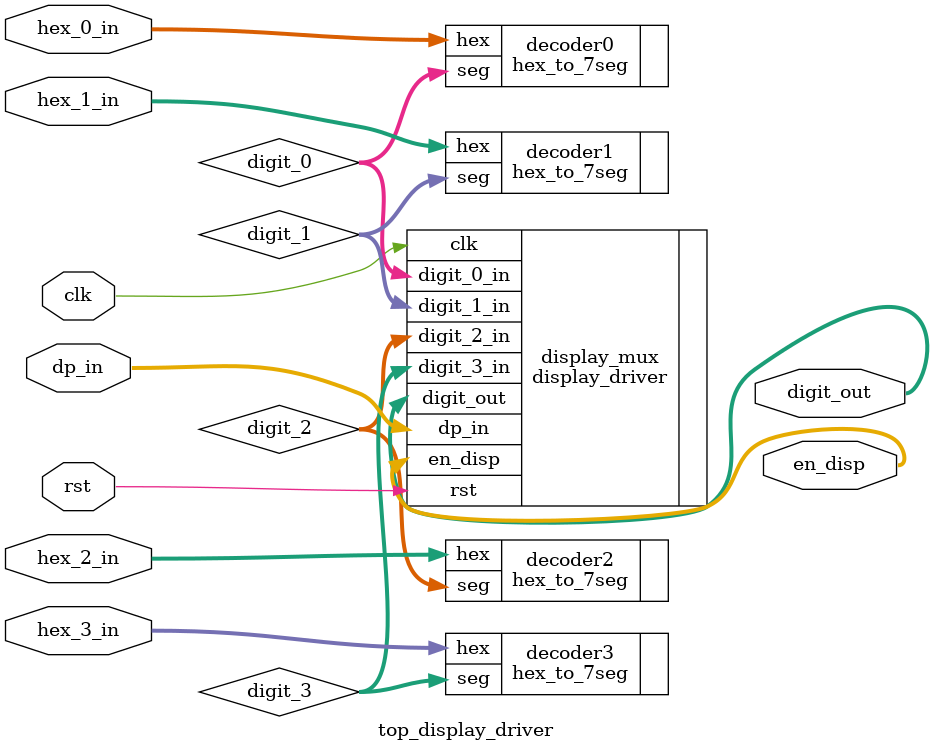
<source format=v>
module top_display_driver #(
    parameter PRESCALER_BITS = 14
) (
    input wire clk, 
    input wire rst,
    input wire [3:0] hex_0_in,
    input wire [3:0] hex_1_in,
    input wire [3:0] hex_2_in,
    input wire [3:0] hex_3_in,
    input wire [3:0] dp_in,
    output wire [3:0] en_disp,
    output wire [7:0] digit_out
);



wire [6:0] digit_0;
wire [6:0] digit_1;
wire [6:0] digit_2;
wire [6:0] digit_3;

hex_to_7seg decoder0 (
    .hex(hex_0_in),
    .seg(digit_0)
);

hex_to_7seg decoder1 (
    .hex(hex_1_in),
    .seg(digit_1)
);

hex_to_7seg decoder2 (
    .hex(hex_2_in),
    .seg(digit_2)
);

hex_to_7seg decoder3 (
    .hex(hex_3_in),
    .seg(digit_3)
);

display_driver #(
    .PRESCALER_BITS(PRESCALER_BITS)
) display_mux (
    .clk(clk),
    .rst(rst),
    .digit_0_in(digit_0),
    .digit_1_in(digit_1),
    .digit_2_in(digit_2),
    .digit_3_in(digit_3),
    .dp_in(dp_in),
    .en_disp(en_disp),
    .digit_out(digit_out)
);

endmodule
</source>
